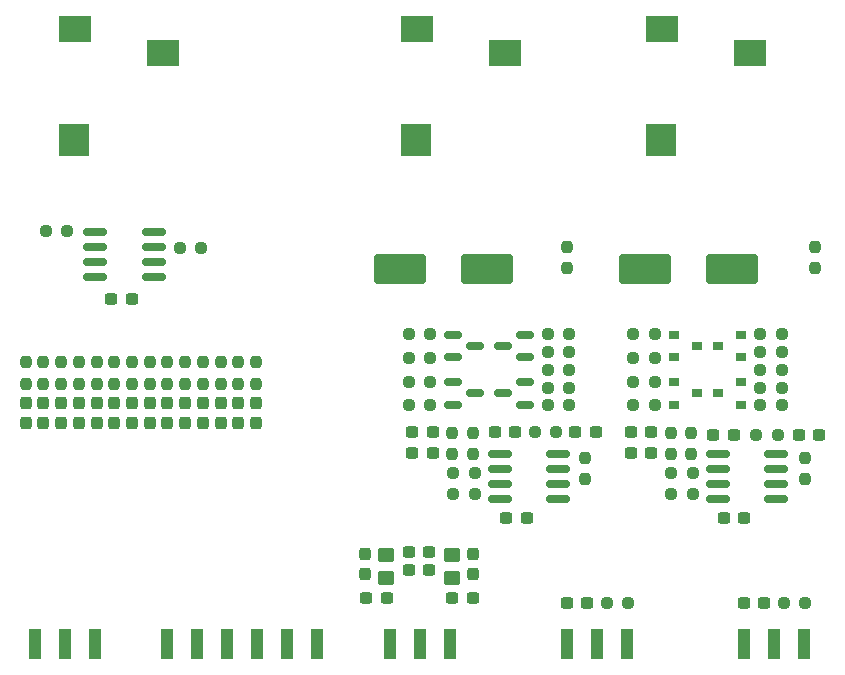
<source format=gbr>
%TF.GenerationSoftware,KiCad,Pcbnew,(6.0.0)*%
%TF.CreationDate,2022-06-06T22:40:39+03:00*%
%TF.ProjectId,analog_board,616e616c-6f67-45f6-926f-6172642e6b69,rev?*%
%TF.SameCoordinates,Original*%
%TF.FileFunction,Paste,Top*%
%TF.FilePolarity,Positive*%
%FSLAX46Y46*%
G04 Gerber Fmt 4.6, Leading zero omitted, Abs format (unit mm)*
G04 Created by KiCad (PCBNEW (6.0.0)) date 2022-06-06 22:40:39*
%MOMM*%
%LPD*%
G01*
G04 APERTURE LIST*
G04 Aperture macros list*
%AMRoundRect*
0 Rectangle with rounded corners*
0 $1 Rounding radius*
0 $2 $3 $4 $5 $6 $7 $8 $9 X,Y pos of 4 corners*
0 Add a 4 corners polygon primitive as box body*
4,1,4,$2,$3,$4,$5,$6,$7,$8,$9,$2,$3,0*
0 Add four circle primitives for the rounded corners*
1,1,$1+$1,$2,$3*
1,1,$1+$1,$4,$5*
1,1,$1+$1,$6,$7*
1,1,$1+$1,$8,$9*
0 Add four rect primitives between the rounded corners*
20,1,$1+$1,$2,$3,$4,$5,0*
20,1,$1+$1,$4,$5,$6,$7,0*
20,1,$1+$1,$6,$7,$8,$9,0*
20,1,$1+$1,$8,$9,$2,$3,0*%
G04 Aperture macros list end*
%ADD10RoundRect,0.237500X-0.237500X0.250000X-0.237500X-0.250000X0.237500X-0.250000X0.237500X0.250000X0*%
%ADD11RoundRect,0.237500X-0.250000X-0.237500X0.250000X-0.237500X0.250000X0.237500X-0.250000X0.237500X0*%
%ADD12RoundRect,0.237500X0.250000X0.237500X-0.250000X0.237500X-0.250000X-0.237500X0.250000X-0.237500X0*%
%ADD13R,1.000000X2.500000*%
%ADD14RoundRect,0.150000X-0.825000X-0.150000X0.825000X-0.150000X0.825000X0.150000X-0.825000X0.150000X0*%
%ADD15RoundRect,0.237500X0.300000X0.237500X-0.300000X0.237500X-0.300000X-0.237500X0.300000X-0.237500X0*%
%ADD16R,0.900000X0.800000*%
%ADD17RoundRect,0.250000X-1.950000X-1.000000X1.950000X-1.000000X1.950000X1.000000X-1.950000X1.000000X0*%
%ADD18RoundRect,0.237500X0.237500X-0.250000X0.237500X0.250000X-0.237500X0.250000X-0.237500X-0.250000X0*%
%ADD19RoundRect,0.237500X-0.300000X-0.237500X0.300000X-0.237500X0.300000X0.237500X-0.300000X0.237500X0*%
%ADD20RoundRect,0.237500X0.237500X-0.300000X0.237500X0.300000X-0.237500X0.300000X-0.237500X-0.300000X0*%
%ADD21R,2.800000X2.200000*%
%ADD22R,2.600000X2.800000*%
%ADD23RoundRect,0.150000X-0.587500X-0.150000X0.587500X-0.150000X0.587500X0.150000X-0.587500X0.150000X0*%
%ADD24RoundRect,0.237500X-0.237500X0.300000X-0.237500X-0.300000X0.237500X-0.300000X0.237500X0.300000X0*%
%ADD25RoundRect,0.150000X0.587500X0.150000X-0.587500X0.150000X-0.587500X-0.150000X0.587500X-0.150000X0*%
%ADD26RoundRect,0.250000X0.450000X-0.350000X0.450000X0.350000X-0.450000X0.350000X-0.450000X-0.350000X0*%
%ADD27RoundRect,0.250000X-0.450000X0.350000X-0.450000X-0.350000X0.450000X-0.350000X0.450000X0.350000X0*%
G04 APERTURE END LIST*
D10*
%TO.C,R37*%
X132150000Y-102612980D03*
X132150000Y-104437980D03*
%TD*%
%TO.C,R38*%
X129150000Y-102612980D03*
X129150000Y-104437980D03*
%TD*%
%TO.C,R39*%
X124650000Y-102612980D03*
X124650000Y-104437980D03*
%TD*%
%TO.C,R40*%
X123150000Y-102612980D03*
X123150000Y-104437980D03*
%TD*%
D11*
%TO.C,R47*%
X123337500Y-91500000D03*
X125162500Y-91500000D03*
%TD*%
D12*
%TO.C,R48*%
X136512500Y-92900000D03*
X134687500Y-92900000D03*
%TD*%
D10*
%TO.C,R41*%
X121650000Y-102612980D03*
X121650000Y-104437980D03*
%TD*%
%TO.C,R42*%
X126150000Y-102612980D03*
X126150000Y-104437980D03*
%TD*%
%TO.C,R43*%
X127650000Y-102612980D03*
X127650000Y-104437980D03*
%TD*%
%TO.C,R44*%
X130650000Y-102612980D03*
X130650000Y-104437980D03*
%TD*%
D13*
%TO.C,RV2*%
X187540000Y-126475000D03*
X185000000Y-126475000D03*
X182460000Y-126475000D03*
%TD*%
D14*
%TO.C,U3*%
X127525000Y-91595000D03*
X127525000Y-92865000D03*
X127525000Y-94135000D03*
X127525000Y-95405000D03*
X132475000Y-95405000D03*
X132475000Y-94135000D03*
X132475000Y-92865000D03*
X132475000Y-91595000D03*
%TD*%
D15*
%TO.C,C33*%
X130612500Y-97250000D03*
X128887500Y-97250000D03*
%TD*%
D16*
%TO.C,Q1*%
X182250000Y-102200000D03*
X182250000Y-100300000D03*
X180250000Y-101250000D03*
%TD*%
%TO.C,Q4*%
X176500000Y-100300000D03*
X176500000Y-102200000D03*
X178500000Y-101250000D03*
%TD*%
D11*
%TO.C,R7*%
X173087500Y-102250000D03*
X174912500Y-102250000D03*
%TD*%
D12*
%TO.C,R8*%
X174912500Y-104250000D03*
X173087500Y-104250000D03*
%TD*%
%TO.C,R10*%
X174912500Y-100250000D03*
X173087500Y-100250000D03*
%TD*%
%TO.C,R9*%
X174912500Y-106250000D03*
X173087500Y-106250000D03*
%TD*%
%TO.C,R2*%
X185662500Y-101750000D03*
X183837500Y-101750000D03*
%TD*%
D11*
%TO.C,R5*%
X183837500Y-100250000D03*
X185662500Y-100250000D03*
%TD*%
%TO.C,R1*%
X183837500Y-103250000D03*
X185662500Y-103250000D03*
%TD*%
%TO.C,R4*%
X183837500Y-104750000D03*
X185662500Y-104750000D03*
%TD*%
D17*
%TO.C,C7*%
X174050000Y-94750000D03*
X181450000Y-94750000D03*
%TD*%
D10*
%TO.C,R14*%
X177975000Y-108587500D03*
X177975000Y-110412500D03*
%TD*%
%TO.C,R6*%
X188500000Y-92837500D03*
X188500000Y-94662500D03*
%TD*%
D12*
%TO.C,R13*%
X178137500Y-112000000D03*
X176312500Y-112000000D03*
%TD*%
D11*
%TO.C,R3*%
X183837500Y-106250000D03*
X185662500Y-106250000D03*
%TD*%
%TO.C,R11*%
X176312500Y-113750000D03*
X178137500Y-113750000D03*
%TD*%
D18*
%TO.C,R16*%
X187600000Y-112512500D03*
X187600000Y-110687500D03*
%TD*%
D10*
%TO.C,R12*%
X176250000Y-108587500D03*
X176250000Y-110412500D03*
%TD*%
D15*
%TO.C,C10*%
X182462500Y-115800000D03*
X180737500Y-115800000D03*
%TD*%
D19*
%TO.C,C11*%
X179862500Y-108750000D03*
X181587500Y-108750000D03*
%TD*%
D16*
%TO.C,Q2*%
X182250000Y-106200000D03*
X182250000Y-104300000D03*
X180250000Y-105250000D03*
%TD*%
%TO.C,Q3*%
X176500000Y-104300000D03*
X176500000Y-106200000D03*
X178500000Y-105250000D03*
%TD*%
D19*
%TO.C,C9*%
X172887500Y-108500000D03*
X174612500Y-108500000D03*
%TD*%
D15*
%TO.C,C8*%
X174612500Y-110250000D03*
X172887500Y-110250000D03*
%TD*%
D14*
%TO.C,U1*%
X180250000Y-110345000D03*
X180250000Y-111615000D03*
X180250000Y-112885000D03*
X180250000Y-114155000D03*
X185200000Y-114155000D03*
X185200000Y-112885000D03*
X185200000Y-111615000D03*
X185200000Y-110345000D03*
%TD*%
D20*
%TO.C,C35*%
X139650000Y-107775480D03*
X139650000Y-106050480D03*
%TD*%
D12*
%TO.C,R32*%
X166562500Y-108500000D03*
X164737500Y-108500000D03*
%TD*%
D13*
%TO.C,RV4*%
X172540000Y-126475000D03*
X170000000Y-126475000D03*
X167460000Y-126475000D03*
%TD*%
D21*
%TO.C,J4*%
X125850000Y-74400000D03*
D22*
X125750000Y-83800000D03*
D21*
X133250000Y-76400000D03*
%TD*%
D15*
%TO.C,C13*%
X184162500Y-123000000D03*
X182437500Y-123000000D03*
%TD*%
D12*
%TO.C,R15*%
X185312500Y-108750000D03*
X183487500Y-108750000D03*
%TD*%
D15*
%TO.C,C20*%
X169162500Y-123000000D03*
X167437500Y-123000000D03*
%TD*%
D10*
%TO.C,R29*%
X157750000Y-108587500D03*
X157750000Y-110412500D03*
%TD*%
D11*
%TO.C,R28*%
X157837500Y-113750000D03*
X159662500Y-113750000D03*
%TD*%
D19*
%TO.C,C18*%
X161387500Y-108500000D03*
X163112500Y-108500000D03*
%TD*%
D13*
%TO.C,RV5*%
X127540000Y-126475000D03*
X125000000Y-126475000D03*
X122460000Y-126475000D03*
%TD*%
D11*
%TO.C,R17*%
X185837500Y-123000000D03*
X187662500Y-123000000D03*
%TD*%
D12*
%TO.C,R26*%
X155912500Y-106250000D03*
X154087500Y-106250000D03*
%TD*%
D20*
%TO.C,C25*%
X124650000Y-107775480D03*
X124650000Y-106050480D03*
%TD*%
D11*
%TO.C,R21*%
X165837500Y-104750000D03*
X167662500Y-104750000D03*
%TD*%
D14*
%TO.C,U2*%
X161775000Y-110345000D03*
X161775000Y-111615000D03*
X161775000Y-112885000D03*
X161775000Y-114155000D03*
X166725000Y-114155000D03*
X166725000Y-112885000D03*
X166725000Y-111615000D03*
X166725000Y-110345000D03*
%TD*%
D11*
%TO.C,R34*%
X170837500Y-123000000D03*
X172662500Y-123000000D03*
%TD*%
D20*
%TO.C,C30*%
X130650000Y-107775480D03*
X130650000Y-106050480D03*
%TD*%
D13*
%TO.C,J10*%
X157540000Y-126475000D03*
X155000000Y-126475000D03*
X152460000Y-126475000D03*
%TD*%
D19*
%TO.C,C2*%
X150475000Y-122600000D03*
X152200000Y-122600000D03*
%TD*%
%TO.C,C12*%
X187087500Y-108750000D03*
X188812500Y-108750000D03*
%TD*%
D11*
%TO.C,R20*%
X165837500Y-106250000D03*
X167662500Y-106250000D03*
%TD*%
D20*
%TO.C,C1*%
X150337500Y-120562500D03*
X150337500Y-118837500D03*
%TD*%
D23*
%TO.C,Q7*%
X157812500Y-104300000D03*
X157812500Y-106200000D03*
X159687500Y-105250000D03*
%TD*%
D20*
%TO.C,C26*%
X123150000Y-107775480D03*
X123150000Y-106050480D03*
%TD*%
D10*
%TO.C,R36*%
X135150000Y-102612980D03*
X135150000Y-104437980D03*
%TD*%
D23*
%TO.C,Q8*%
X157812500Y-100300000D03*
X157812500Y-102200000D03*
X159687500Y-101250000D03*
%TD*%
D12*
%TO.C,R25*%
X155912500Y-104250000D03*
X154087500Y-104250000D03*
%TD*%
D11*
%TO.C,R24*%
X154087500Y-102250000D03*
X155912500Y-102250000D03*
%TD*%
%TO.C,R22*%
X165837500Y-100250000D03*
X167662500Y-100250000D03*
%TD*%
D10*
%TO.C,R49*%
X141150000Y-102612980D03*
X141150000Y-104437980D03*
%TD*%
D24*
%TO.C,C5*%
X159537500Y-118837500D03*
X159537500Y-120562500D03*
%TD*%
D17*
%TO.C,C14*%
X153300000Y-94750000D03*
X160700000Y-94750000D03*
%TD*%
D18*
%TO.C,R33*%
X169000000Y-112512500D03*
X169000000Y-110687500D03*
%TD*%
D10*
%TO.C,R23*%
X167500000Y-92837500D03*
X167500000Y-94662500D03*
%TD*%
D12*
%TO.C,R30*%
X159662500Y-112000000D03*
X157837500Y-112000000D03*
%TD*%
D19*
%TO.C,C6*%
X157775000Y-122600000D03*
X159500000Y-122600000D03*
%TD*%
D15*
%TO.C,C15*%
X156112500Y-110250000D03*
X154387500Y-110250000D03*
%TD*%
D20*
%TO.C,C24*%
X129150000Y-107775480D03*
X129150000Y-106050480D03*
%TD*%
%TO.C,C31*%
X133650000Y-107775480D03*
X133650000Y-106050480D03*
%TD*%
D25*
%TO.C,Q5*%
X163937500Y-102200000D03*
X163937500Y-100300000D03*
X162062500Y-101250000D03*
%TD*%
D21*
%TO.C,J8*%
X154800000Y-74400000D03*
D22*
X154700000Y-83800000D03*
D21*
X162200000Y-76400000D03*
%TD*%
D10*
%TO.C,R35*%
X138150000Y-102612980D03*
X138150000Y-104437980D03*
%TD*%
D12*
%TO.C,R27*%
X155912500Y-100250000D03*
X154087500Y-100250000D03*
%TD*%
D19*
%TO.C,C3*%
X154075000Y-120200000D03*
X155800000Y-120200000D03*
%TD*%
D20*
%TO.C,C22*%
X135150000Y-107775480D03*
X135150000Y-106050480D03*
%TD*%
%TO.C,C29*%
X127650000Y-107775480D03*
X127650000Y-106050480D03*
%TD*%
%TO.C,C27*%
X121650000Y-107775480D03*
X121650000Y-106050480D03*
%TD*%
D26*
%TO.C,FB2*%
X157737500Y-120900000D03*
X157737500Y-118900000D03*
%TD*%
D13*
%TO.C,J1*%
X146350000Y-126475000D03*
X143810000Y-126475000D03*
X141270000Y-126475000D03*
X138730000Y-126475000D03*
X136190000Y-126475000D03*
X133650000Y-126475000D03*
%TD*%
D19*
%TO.C,C19*%
X168187500Y-108500000D03*
X169912500Y-108500000D03*
%TD*%
D10*
%TO.C,R45*%
X133650000Y-102612980D03*
X133650000Y-104437980D03*
%TD*%
D20*
%TO.C,C32*%
X136650000Y-107775480D03*
X136650000Y-106050480D03*
%TD*%
D15*
%TO.C,C17*%
X164062500Y-115800000D03*
X162337500Y-115800000D03*
%TD*%
D10*
%TO.C,R31*%
X159500000Y-108587500D03*
X159500000Y-110412500D03*
%TD*%
D11*
%TO.C,R18*%
X165837500Y-103250000D03*
X167662500Y-103250000D03*
%TD*%
D20*
%TO.C,C34*%
X141150000Y-107775480D03*
X141150000Y-106050480D03*
%TD*%
%TO.C,C28*%
X126150000Y-107775480D03*
X126150000Y-106050480D03*
%TD*%
D27*
%TO.C,FB1*%
X152137500Y-118900000D03*
X152137500Y-120900000D03*
%TD*%
D19*
%TO.C,C16*%
X154387500Y-108500000D03*
X156112500Y-108500000D03*
%TD*%
D12*
%TO.C,R19*%
X167662500Y-101750000D03*
X165837500Y-101750000D03*
%TD*%
D20*
%TO.C,C21*%
X138150000Y-107775480D03*
X138150000Y-106050480D03*
%TD*%
D25*
%TO.C,Q6*%
X163937500Y-106200000D03*
X163937500Y-104300000D03*
X162062500Y-105250000D03*
%TD*%
D20*
%TO.C,C23*%
X132150000Y-107775480D03*
X132150000Y-106050480D03*
%TD*%
D19*
%TO.C,C4*%
X154075000Y-118700000D03*
X155800000Y-118700000D03*
%TD*%
D21*
%TO.C,J7*%
X175550000Y-74400000D03*
D22*
X175450000Y-83800000D03*
D21*
X182950000Y-76400000D03*
%TD*%
D10*
%TO.C,R50*%
X139650000Y-102612980D03*
X139650000Y-104437980D03*
%TD*%
%TO.C,R46*%
X136650000Y-102612980D03*
X136650000Y-104437980D03*
%TD*%
M02*

</source>
